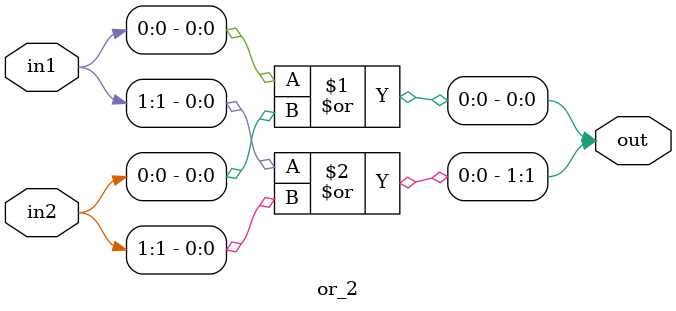
<source format=v>
module or_2(out, in1, in2);
	
	input [1:0] in1, in2;
	output [1:0] out;
	
	or or1(out[0], in1[0], in2[0]);
	or or2(out[1], in1[1], in2[1]);

endmodule

</source>
